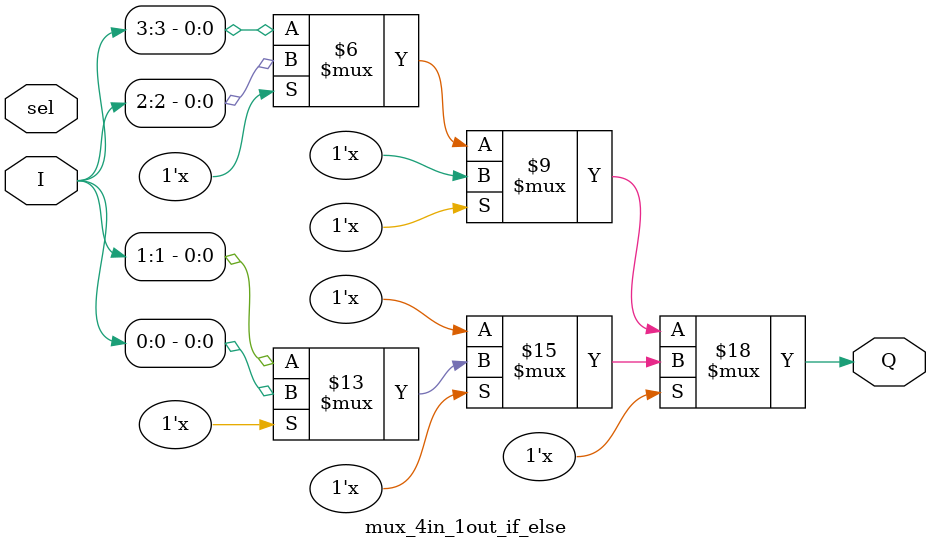
<source format=v>
`timescale 1ns/10ps
module mux_4in_1out_if_else(
    input  [3:0] I,
    input [1:0] sel,
    output reg Q);
        always @ (sel[1],sel[0],I[0],I[1],I[2],I[3])
        if (s[1]==0) 
            if (s[0]==0) 
                Q = I[0];
            else
                Q = I[1];
        else
            if (s[0]==0) 
                Q = I[2];
            else
                Q = I[3];
endmodule


</source>
